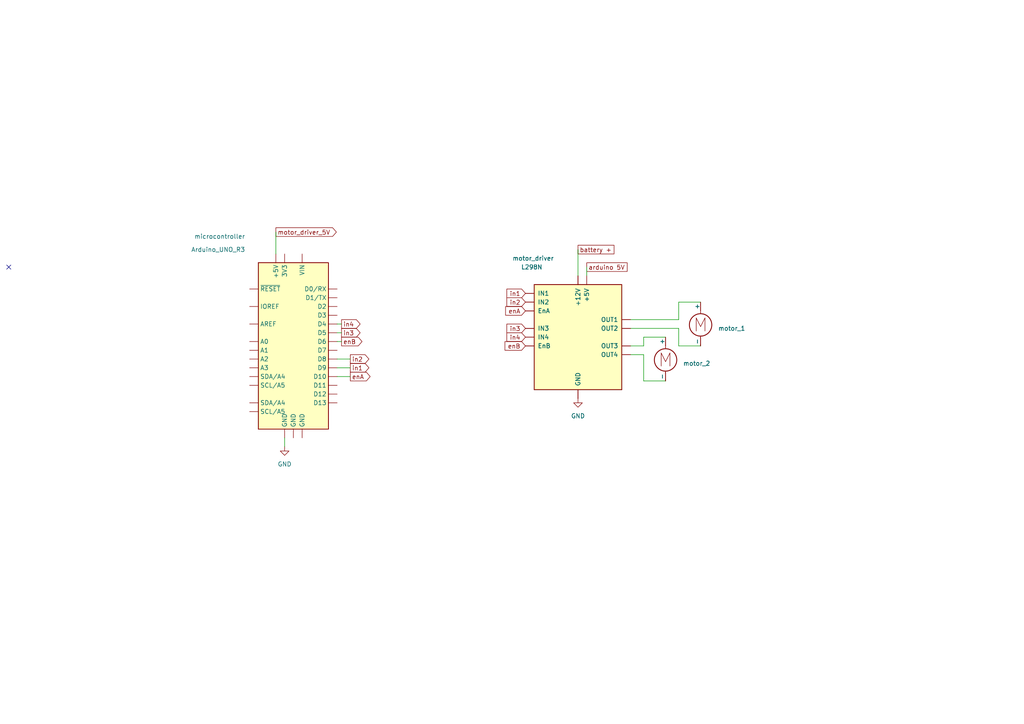
<source format=kicad_sch>
(kicad_sch (version 20211123) (generator eeschema)
  (paper "A4")
  (title_block (title "Arduino Uno to L298N motor driver schematic"))
  (lib_symbols
    (symbol "Driver_Motor:L298N" (pin_numbers hide) (pin_names (offset 1.016))
      (property "Reference" "motor_driver" (at 4.5594 20.32 0))
      (property "Value" "L298N" (at 4.5594 17.78 0))
      (symbol "L298N_0_1"
        (rectangle (start -12.7 15.24) (end 12.7 -15.24) (stroke (width 0.254)) (fill (type background)))
      )
      (symbol "L298N_1_1"
        (pin input line (at -15.24 2.54 0) (length 2.54) (name "IN3") (number "10"))
        (pin input line (at -15.24 -2.54 0) (length 2.54) (name "EnB") (number "11"))
        (pin input line (at -15.24 0 0) (length 2.54) (name "IN4") (number "12"))
        (pin output line (at 15.24 -2.54 180) (length 2.54) (name "OUT3") (number "13"))
        (pin output line (at 15.24 -5.08 180) (length 2.54) (name "OUT4") (number "14"))
        (pin output line (at 15.24 5.08 180) (length 2.54) (name "OUT1") (number "2"))
        (pin output line (at 15.24 2.54 180) (length 2.54) (name "OUT2") (number "3"))
        (pin power_in line (at 2.54 17.78 270) (length 2.54) (name "+5V") (number "4"))
        (pin input line (at -15.24 12.7 0) (length 2.54) (name "IN1") (number "5"))
        (pin input line (at -15.24 7.62 0) (length 2.54) (name "EnA") (number "6"))
        (pin input line (at -15.24 10.16 0) (length 2.54) (name "IN2") (number "7"))
        (pin power_in line (at 0 -17.78 90) (length 2.54) (name "GND") (number "8"))
        (pin power_in line (at 0 17.78 270) (length 2.54) (name "+12V") (number "9"))
      )
    )
    (symbol "GND_1" (power) (pin_names (offset 0))
      (property "Value" "GND_1" (at 0 -3.81 0))
      (symbol "GND_1_0_1"
        (polyline (pts (xy 0 0) (xy 0 -1.27) (xy 1.27 -1.27) (xy 0 -2.54) (xy -1.27 -1.27) (xy 0 -1.27)))
      )
      (symbol "GND_1_1_1"
        (pin power_in line (at 0 0 270) (length 0) hide (name "GND") (number "1"))
      )
    )
    (symbol "MCU_Module:Arduino_UNO_R3" (pin_numbers hide)
      (property "Reference" "A" (at -10.16 23.495 0))
      (property "Value" "Arduino_UNO_R3" (at 5.08 -26.67 0))
      (symbol "Arduino_UNO_R3_0_1"
        (rectangle (start -10.16 22.86) (end 10.16 -25.4) (stroke (width 0.254)) (fill (type background)))
      )
      (symbol "Arduino_UNO_R3_1_1"
        (pin no_connect line (at -10.16 -20.32 0) (length 2.54) hide (name "NC") (number "1"))
        (pin bidirectional line (at 12.7 -2.54 180) (length 2.54) (name "A1") (number "10"))
        (pin bidirectional line (at 12.7 -5.08 180) (length 2.54) (name "A2") (number "11"))
        (pin bidirectional line (at 12.7 -7.62 180) (length 2.54) (name "A3") (number "12"))
        (pin bidirectional line (at 12.7 -10.16 180) (length 2.54) (name "SDA/A4") (number "13"))
        (pin bidirectional line (at 12.7 -12.7 180) (length 2.54) (name "SCL/A5") (number "14"))
        (pin bidirectional line (at -12.7 15.24 0) (length 2.54) (name "D0/RX") (number "15"))
        (pin bidirectional line (at -12.7 12.7 0) (length 2.54) (name "D1/TX") (number "16"))
        (pin bidirectional line (at -12.7 10.16 0) (length 2.54) (name "D2") (number "17"))
        (pin bidirectional line (at -12.7 7.62 0) (length 2.54) (name "D3") (number "18"))
        (pin bidirectional line (at -12.7 5.08 0) (length 2.54) (name "D4") (number "19"))
        (pin output line (at 12.7 10.16 180) (length 2.54) (name "IOREF") (number "2"))
        (pin bidirectional line (at -12.7 2.54 0) (length 2.54) (name "D5") (number "20"))
        (pin bidirectional line (at -12.7 0 0) (length 2.54) (name "D6") (number "21"))
        (pin bidirectional line (at -12.7 -2.54 0) (length 2.54) (name "D7") (number "22"))
        (pin bidirectional line (at -12.7 -5.08 0) (length 2.54) (name "D8") (number "23"))
        (pin bidirectional line (at -12.7 -7.62 0) (length 2.54) (name "D9") (number "24"))
        (pin bidirectional line (at -12.7 -10.16 0) (length 2.54) (name "D10") (number "25"))
        (pin bidirectional line (at -12.7 -12.7 0) (length 2.54) (name "D11") (number "26"))
        (pin bidirectional line (at -12.7 -15.24 0) (length 2.54) (name "D12") (number "27"))
        (pin bidirectional line (at -12.7 -17.78 0) (length 2.54) (name "D13") (number "28"))
        (pin power_in line (at -2.54 -27.94 90) (length 2.54) (name "GND") (number "29"))
        (pin input line (at 12.7 15.24 180) (length 2.54) (name "~{RESET}") (number "3"))
        (pin input line (at 12.7 5.08 180) (length 2.54) (name "AREF") (number "30"))
        (pin bidirectional line (at 12.7 -17.78 180) (length 2.54) (name "SDA/A4") (number "31"))
        (pin bidirectional line (at 12.7 -20.32 180) (length 2.54) (name "SCL/A5") (number "32"))
        (pin power_out line (at 2.54 25.4 270) (length 2.54) (name "3V3") (number "4"))
        (pin power_out line (at 5.08 25.4 270) (length 2.54) (name "+5V") (number "5"))
        (pin power_in line (at 0 -27.94 90) (length 2.54) (name "GND") (number "6"))
        (pin power_in line (at 2.54 -27.94 90) (length 2.54) (name "GND") (number "7"))
        (pin power_in line (at -2.54 25.4 270) (length 2.54) (name "VIN") (number "8"))
        (pin bidirectional line (at 12.7 0 180) (length 2.54) (name "A0") (number "9"))
      )
    )
    (symbol "Motor_DC_1" (pin_numbers hide) (pin_names (offset 0))
      (property "Reference" "M" (at 2.54 2.54 0))
      (property "Value" "Motor_DC_1" (at 2.54 -5.08 0))
      (symbol "Motor_DC_1_0_0"
        (polyline (pts (xy -1.27 -3.302) (xy -1.27 0.508) (xy 0 -2.032) (xy 1.27 0.508) (xy 1.27 -3.302)))
      )
      (symbol "Motor_DC_1_0_1"
        (circle (center 0 -1.524) (radius 3.2512) (stroke (width 0.254)))
        (polyline (pts (xy 0 -7.62) (xy 0 -7.112)))
        (polyline (pts (xy 0 -4.7752) (xy 0 -5.1816)))
        (polyline (pts (xy 0 1.7272) (xy 0 2.0828)))
        (polyline (pts (xy 0 2.032) (xy 0 2.54)))
      )
      (symbol "Motor_DC_1_1_1"
        (pin passive line (at 0 5.08 270) (length 2.54) (name "+") (number "1"))
        (pin passive line (at 0 -7.62 90) (length 2.54) (name "-") (number "2"))
      )
    )
  )
  (no_connect (at 2.54 77.47))
  (wire (pts (xy 170.18 77.47) (xy 170.18 80.01)))
  (wire (pts (xy 186.69 100.33) (xy 186.69 97.79)))
  (wire (pts (xy 186.69 97.79) (xy 193.04 97.79)))
  (wire (pts (xy 97.79 109.22) (xy 101.6 109.22)))
  (wire (pts (xy 167.64 72.39) (xy 167.64 80.01)))
  (wire (pts (xy 182.88 100.33) (xy 186.69 100.33)))
  (wire (pts (xy 203.2 100.33) (xy 196.85 100.33)))
  (wire (pts (xy 80.01 67.31) (xy 80.01 73.66)))
  (wire (pts (xy 182.88 92.71) (xy 196.85 92.71)))
  (wire (pts (xy 97.79 93.98) (xy 99.06 93.98)))
  (wire (pts (xy 186.69 102.87) (xy 186.69 110.49)))
  (wire (pts (xy 182.88 95.25) (xy 196.85 95.25)))
  (wire (pts (xy 193.04 110.49) (xy 186.69 110.49)))
  (wire (pts (xy 97.79 106.68) (xy 101.6 106.68)))
  (wire (pts (xy 97.79 96.52) (xy 99.06 96.52)))
  (wire (pts (xy 182.88 102.87) (xy 186.69 102.87)))
  (wire (pts (xy 196.85 92.71) (xy 196.85 87.63)))
  (wire (pts (xy 97.79 99.06) (xy 99.06 99.06)))
  (wire (pts (xy 82.55 127) (xy 82.55 129.54)))
  (wire (pts (xy 196.85 100.33) (xy 196.85 95.25)))
  (wire (pts (xy 196.85 87.63) (xy 203.2 87.63)))
  (wire (pts (xy 97.79 104.14) (xy 101.6 104.14)))
  (global_label "in3" (shape input) (at 152.4 95.25 180) (property "Intersheet References" "${INTERSHEET_REFS}" (effects hide)))
  (global_label "in1" (shape output) (at 101.6 106.68 0) (property "Intersheet References" "${INTERSHEET_REFS}" (effects hide)))
  (global_label "enB" (shape input) (at 152.4 100.33 180) (property "Intersheet References" "${INTERSHEET_REFS}" (effects hide)))
  (global_label "in4" (shape input) (at 152.4 97.79 180) (property "Intersheet References" "${INTERSHEET_REFS}" (effects hide)))
  (global_label "arduino 5V" (shape passive) (at 170.18 77.47 0) (property "Intersheet References" "${INTERSHEET_REFS}" (effects hide)))
  (global_label "enB" (shape output) (at 99.06 99.06 0) (property "Intersheet References" "${INTERSHEET_REFS}" (effects hide)))
  (global_label "motor_driver_5V" (shape output) (at 80.01 67.31 0) (property "Intersheet References" "${INTERSHEET_REFS}" (effects hide)))
  (global_label "battery +" (shape passive) (at 167.64 72.39 0) (property "Intersheet References" "${INTERSHEET_REFS}" (effects hide)))
  (global_label "enA" (shape output) (at 101.6 109.22 0) (property "Intersheet References" "${INTERSHEET_REFS}" (effects hide)))
  (global_label "in2" (shape output) (at 101.6 104.14 0) (property "Intersheet References" "${INTERSHEET_REFS}" (effects hide)))
  (global_label "in3" (shape output) (at 99.06 96.52 0) (property "Intersheet References" "${INTERSHEET_REFS}" (effects hide)))
  (global_label "in4" (shape output) (at 99.06 93.98 0) (property "Intersheet References" "${INTERSHEET_REFS}" (effects hide)))
  (global_label "in2" (shape input) (at 152.4 87.63 180) (property "Intersheet References" "${INTERSHEET_REFS}" (effects hide)))
  (global_label "in1" (shape input) (at 152.4 85.09 180) (property "Intersheet References" "${INTERSHEET_REFS}" (effects hide)))
  (global_label "enA" (shape input) (at 152.4 90.17 180) (property "Intersheet References" "${INTERSHEET_REFS}" (effects hide)))
  (symbol (lib_id "Driver_Motor:L298N") (at 167.64 97.79 0) (unit 1)
    (property "Reference" "motor_driver" (at 148.59 74.93 0) (effects (justify left)))
    (property "Value" "L298N" (at 151.13 77.47 0) (effects (justify left)))
    (property "Footprint" "Package_TO_SOT_THT:TO-220-15_P2.54x2.54mm_StaggerOdd_Lead4.58mm_Vertical" (effects hide))
    (property "Datasheet" "http://www.st.com/st-web-ui/static/active/en/resource/technical/document/datasheet/CD00000240.pdf" (effects hide))
  )
  (symbol (lib_name "Motor_DC_1") (lib_id "Motor:Motor_DC") (at 193.04 102.87 0) (unit 1)
    (property "Reference" "motor_2" (at 198.12 105.4099 0) (effects (justify left)))
    (property "Value" "Motor_DC" (effects hide))
  )
  (symbol (lib_id "MCU_Module:Arduino_UNO_R3") (at 85.09 99.06 0) (mirror y) (unit 1)
    (property "Reference" "microcontroller" (at 71.12 68.58 0) (effects (justify left)))
    (property "Value" "Arduino_UNO_R3" (at 71.12 72.39 0) (effects (justify left)))
    (property "Footprint" "Module:Arduino_UNO_R3" (effects hide))
    (property "Datasheet" "https://www.arduino.cc/en/Main/arduinoBoardUno" (effects hide))
  )
  (symbol (lib_name "GND_1") (lib_id "power:GND") (at 167.64 115.57 0) (unit 1)
    (property "Reference" "#PWR?" (effects hide))
    (property "Value" "GND" (at 167.64 120.65 0))
  )
  (symbol (lib_name "GND_1") (lib_id "power:GND") (at 82.55 129.54 0) (unit 1)
    (property "Reference" "#PWR?" (effects hide))
    (property "Value" "GND" (at 82.55 134.62 0))
  )
  (symbol (lib_name "Motor_DC_1") (lib_id "Motor:Motor_DC") (at 203.2 92.71 0) (unit 1)
    (property "Reference" "motor_1" (at 208.28 95.2499 0) (effects (justify left)))
    (property "Value" "Motor_DC" (effects hide))
  )
)
</source>
